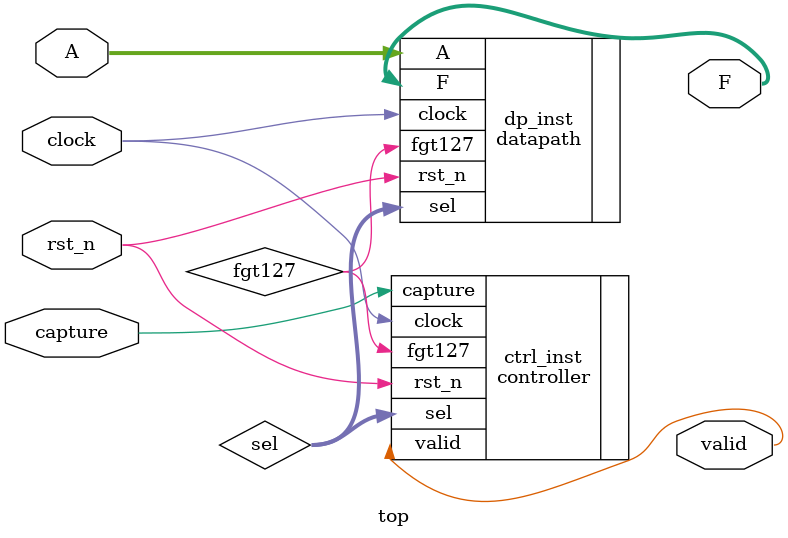
<source format=v>
module top (
  input rst_n, clock,
  input capture,
  input [3:0] A,
  output [7:0] F,
  output valid
);

  wire [1:0] sel;
  wire fgt127;

  datapath dp_inst (
    .rst_n ( rst_n  ),
    .clock ( clock  ),
    .A     ( A      ),
    .sel   ( sel    ),
    .fgt127( fgt127 ),
    .F     ( F      )
  );

  controller ctrl_inst (
    .rst_n  ( rst_n   ),
    .clock  ( clock   ),
    .capture( capture ),
    .fgt127 ( fgt127  ),
    .sel    ( sel     ),
    .valid  ( valid   )
  );

endmodule

</source>
